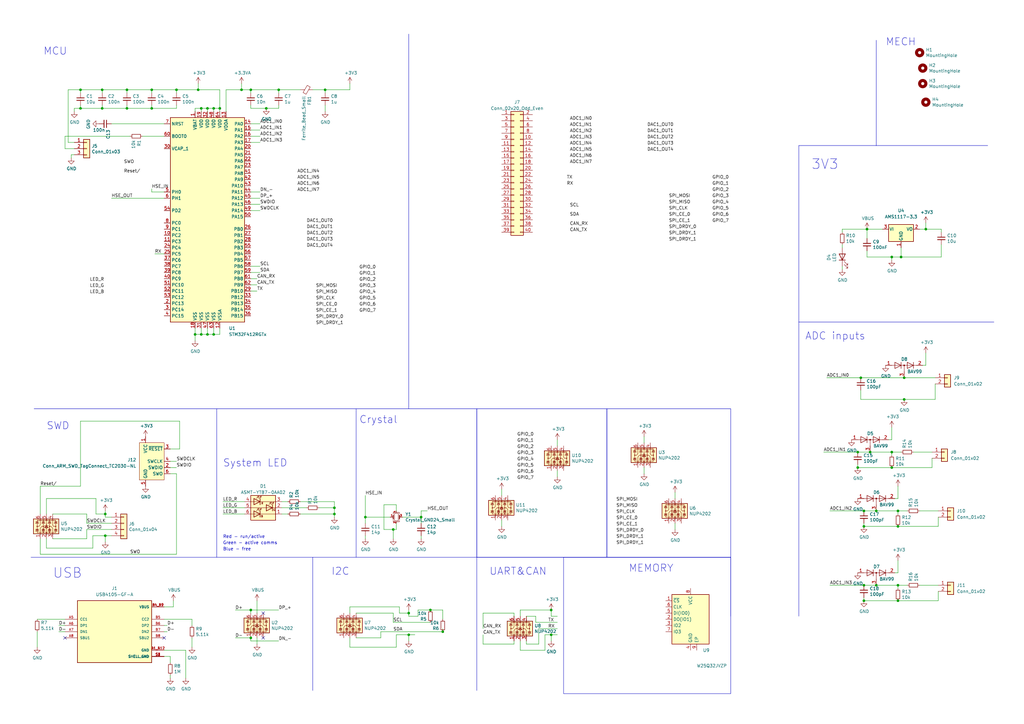
<source format=kicad_sch>
(kicad_sch (version 20230121) (generator eeschema)
  (paper "A3")
  (junction (at 365.76 191.77))
  (junction (at 379.73 93.98))
  (junction (at 52.07 36.83))
  (junction (at 43.18 219.71))
  (junction (at 62.23 36.83))
  (junction (at 355.6 93.98))
  (junction (at 41.91 36.83))
  (junction (at 102.87 250.19))
  (junction (at 137.16 208.28))
  (junction (at 62.23 44.45))
  (junction (at 149.86 212.09))
  (junction (at 167.64 260.35))
  (junction (at 161.29 217.17))
  (junction (at 82.55 137.16))
  (junction (at 82.55 44.45))
  (junction (at 52.07 44.45))
  (junction (at 102.87 261.62))
  (junction (at 359.41 240.03))
  (junction (at 85.09 137.16))
  (junction (at 368.3 246.38))
  (junction (at 370.84 163.83))
  (junction (at 102.87 36.83))
  (junction (at 368.3 240.03))
  (junction (at 85.09 44.45))
  (junction (at 172.72 212.09))
  (junction (at 351.79 191.77))
  (junction (at 43.18 210.82))
  (junction (at 41.91 44.45))
  (junction (at 133.35 36.83))
  (junction (at 368.3 215.9))
  (junction (at 33.02 44.45))
  (junction (at 114.3 36.83))
  (junction (at 81.28 36.83))
  (junction (at 353.06 154.94))
  (junction (at 80.01 137.16))
  (junction (at 365.76 185.42))
  (junction (at 226.06 260.35))
  (junction (at 72.39 36.83))
  (junction (at 99.06 36.83))
  (junction (at 351.79 185.42))
  (junction (at 137.16 210.82))
  (junction (at 181.61 259.08))
  (junction (at 354.33 215.9))
  (junction (at 167.64 251.46))
  (junction (at 176.53 250.19))
  (junction (at 356.87 185.42))
  (junction (at 33.02 36.83))
  (junction (at 354.33 246.38))
  (junction (at 369.57 105.41))
  (junction (at 365.76 105.41))
  (junction (at 368.3 209.55))
  (junction (at 90.17 44.45))
  (junction (at 359.41 209.55))
  (junction (at 87.63 44.45))
  (junction (at 354.33 209.55))
  (junction (at 370.84 154.94))
  (junction (at 87.63 137.16))
  (junction (at 354.33 240.03))
  (junction (at 109.22 44.45))
  (junction (at 226.06 250.19))
  (no_connect (at 67.31 261.62))
  (no_connect (at 26.67 261.62))
  (no_connect (at 107.95 261.62))
  (no_connect (at 107.95 251.46))
  (polyline (pts (xy 128.27 228.6) (xy 195.58 228.6)))
  (wire (pts (xy 379.73 93.98) (xy 379.73 91.44)))
  (wire (pts (xy 19.05 220.98) (xy 19.05 224.79)))
  (wire (pts (xy 369.57 105.41) (xy 386.08 105.41)))
  (wire (pts (xy 223.52 266.7) (xy 223.52 260.35)))
  (wire (pts (xy 30.48 63.5) (xy 29.21 63.5)))
  (wire (pts (xy 92.71 45.72) (xy 92.71 36.83)))
  (wire (pts (xy 99.06 36.83) (xy 102.87 36.83)))
  (polyline (pts (xy 359.41 59.69) (xy 405.13 59.69)))
  (wire (pts (xy 30.48 44.45) (xy 30.48 45.72)))
  (wire (pts (xy 264.16 194.31) (xy 264.16 191.77)))
  (wire (pts (xy 351.79 185.42) (xy 356.87 185.42)))
  (wire (pts (xy 102.87 250.19) (xy 102.87 251.46)))
  (wire (pts (xy 27.94 36.83) (xy 27.94 58.42)))
  (wire (pts (xy 92.71 36.83) (xy 99.06 36.83)))
  (wire (pts (xy 73.66 172.72) (xy 33.02 172.72)))
  (wire (pts (xy 368.3 209.55) (xy 368.3 210.82)))
  (wire (pts (xy 15.24 259.08) (xy 15.24 265.43)))
  (wire (pts (xy 228.6 252.73) (xy 226.06 252.73)))
  (wire (pts (xy 90.17 134.62) (xy 90.17 137.16)))
  (wire (pts (xy 367.03 234.95) (xy 368.3 234.95)))
  (wire (pts (xy 16.51 199.39) (xy 16.51 210.82)))
  (wire (pts (xy 72.39 38.1) (xy 72.39 36.83)))
  (wire (pts (xy 378.46 149.86) (xy 379.73 149.86)))
  (wire (pts (xy 39.37 210.82) (xy 39.37 204.47)))
  (wire (pts (xy 15.24 254) (xy 26.67 254)))
  (wire (pts (xy 137.16 208.28) (xy 137.16 210.82)))
  (wire (pts (xy 276.86 201.93) (xy 276.86 204.47)))
  (wire (pts (xy 69.85 276.86) (xy 69.85 278.13)))
  (wire (pts (xy 30.48 60.96) (xy 26.67 60.96)))
  (wire (pts (xy 87.63 44.45) (xy 90.17 44.45)))
  (wire (pts (xy 137.16 205.74) (xy 137.16 208.28)))
  (polyline (pts (xy 299.72 228.6) (xy 299.72 252.73)))
  (wire (pts (xy 33.02 36.83) (xy 27.94 36.83)))
  (wire (pts (xy 19.05 224.79) (xy 38.1 224.79)))
  (wire (pts (xy 71.12 246.38) (xy 71.12 248.92)))
  (wire (pts (xy 339.09 154.94) (xy 353.06 154.94)))
  (wire (pts (xy 102.87 55.88) (xy 106.68 55.88)))
  (wire (pts (xy 354.33 209.55) (xy 359.41 209.55)))
  (wire (pts (xy 213.36 250.19) (xy 226.06 250.19)))
  (polyline (pts (xy 12.7 228.6) (xy 128.27 228.6)))
  (wire (pts (xy 345.44 93.98) (xy 355.6 93.98)))
  (wire (pts (xy 33.02 44.45) (xy 30.48 44.45)))
  (wire (pts (xy 143.51 248.92) (xy 143.51 251.46)))
  (wire (pts (xy 162.56 260.35) (xy 167.64 260.35)))
  (wire (pts (xy 33.02 199.39) (xy 16.51 199.39)))
  (wire (pts (xy 102.87 111.76) (xy 106.68 111.76)))
  (wire (pts (xy 354.33 245.11) (xy 354.33 246.38)))
  (wire (pts (xy 165.1 212.09) (xy 172.72 212.09)))
  (wire (pts (xy 80.01 137.16) (xy 80.01 139.7)))
  (wire (pts (xy 24.13 256.54) (xy 26.67 256.54)))
  (wire (pts (xy 38.1 219.71) (xy 43.18 219.71)))
  (wire (pts (xy 26.67 55.88) (xy 53.34 55.88)))
  (wire (pts (xy 67.31 50.8) (xy 45.72 50.8)))
  (wire (pts (xy 133.35 38.1) (xy 133.35 36.83)))
  (wire (pts (xy 210.82 251.46) (xy 198.12 251.46)))
  (wire (pts (xy 19.05 204.47) (xy 19.05 210.82)))
  (wire (pts (xy 205.74 200.66) (xy 205.74 203.2)))
  (wire (pts (xy 102.87 261.62) (xy 102.87 262.89)))
  (wire (pts (xy 102.87 44.45) (xy 109.22 44.45)))
  (wire (pts (xy 340.36 209.55) (xy 354.33 209.55)))
  (wire (pts (xy 365.76 105.41) (xy 365.76 106.68)))
  (wire (pts (xy 370.84 163.83) (xy 383.54 163.83)))
  (wire (pts (xy 71.12 248.92) (xy 67.31 248.92)))
  (wire (pts (xy 90.17 44.45) (xy 90.17 36.83)))
  (wire (pts (xy 355.6 105.41) (xy 355.6 102.87)))
  (wire (pts (xy 91.44 205.74) (xy 100.33 205.74)))
  (wire (pts (xy 379.73 149.86) (xy 379.73 144.78)))
  (wire (pts (xy 157.48 207.01) (xy 162.56 207.01)))
  (wire (pts (xy 377.19 209.55) (xy 384.81 209.55)))
  (wire (pts (xy 102.87 262.89) (xy 114.3 262.89)))
  (wire (pts (xy 205.74 215.9) (xy 205.74 213.36)))
  (wire (pts (xy 16.51 227.33) (xy 16.51 220.98)))
  (wire (pts (xy 82.55 134.62) (xy 82.55 137.16)))
  (wire (pts (xy 226.06 252.73) (xy 226.06 250.19)))
  (wire (pts (xy 102.87 78.74) (xy 106.68 78.74)))
  (wire (pts (xy 21.59 210.82) (xy 35.56 210.82)))
  (wire (pts (xy 386.08 93.98) (xy 386.08 95.25)))
  (wire (pts (xy 24.13 259.08) (xy 26.67 259.08)))
  (wire (pts (xy 172.72 209.55) (xy 172.72 212.09)))
  (wire (pts (xy 26.67 60.96) (xy 26.67 55.88)))
  (wire (pts (xy 109.22 44.45) (xy 114.3 44.45)))
  (wire (pts (xy 82.55 45.72) (xy 82.55 44.45)))
  (wire (pts (xy 90.17 137.16) (xy 87.63 137.16)))
  (wire (pts (xy 369.57 101.6) (xy 369.57 105.41)))
  (wire (pts (xy 226.06 262.89) (xy 226.06 260.35)))
  (wire (pts (xy 161.29 251.46) (xy 161.29 255.27)))
  (wire (pts (xy 351.79 190.5) (xy 351.79 191.77)))
  (wire (pts (xy 62.23 36.83) (xy 52.07 36.83)))
  (wire (pts (xy 133.35 36.83) (xy 128.27 36.83)))
  (wire (pts (xy 264.16 179.07) (xy 264.16 181.61)))
  (wire (pts (xy 45.72 81.28) (xy 67.31 81.28)))
  (wire (pts (xy 102.87 58.42) (xy 106.68 58.42)))
  (wire (pts (xy 210.82 264.16) (xy 198.12 264.16)))
  (wire (pts (xy 68.58 256.54) (xy 67.31 256.54)))
  (wire (pts (xy 102.87 43.18) (xy 102.87 44.45)))
  (wire (pts (xy 220.98 257.81) (xy 228.6 257.81)))
  (wire (pts (xy 133.35 45.72) (xy 133.35 43.18)))
  (wire (pts (xy 167.64 251.46) (xy 167.64 250.19)))
  (wire (pts (xy 365.76 185.42) (xy 369.57 185.42)))
  (wire (pts (xy 43.18 210.82) (xy 39.37 210.82)))
  (wire (pts (xy 368.3 240.03) (xy 368.3 241.3)))
  (wire (pts (xy 52.07 43.18) (xy 52.07 44.45)))
  (wire (pts (xy 82.55 137.16) (xy 80.01 137.16)))
  (wire (pts (xy 345.44 100.33) (xy 345.44 101.6)))
  (wire (pts (xy 102.87 250.19) (xy 114.3 250.19)))
  (wire (pts (xy 72.39 44.45) (xy 62.23 44.45)))
  (wire (pts (xy 162.56 265.43) (xy 162.56 260.35)))
  (polyline (pts (xy 167.64 13.97) (xy 167.64 167.64)))
  (wire (pts (xy 365.76 105.41) (xy 369.57 105.41)))
  (wire (pts (xy 161.29 217.17) (xy 162.56 217.17)))
  (wire (pts (xy 368.3 209.55) (xy 372.11 209.55)))
  (wire (pts (xy 198.12 264.16) (xy 198.12 260.35)))
  (wire (pts (xy 80.01 44.45) (xy 82.55 44.45)))
  (wire (pts (xy 386.08 105.41) (xy 386.08 100.33)))
  (wire (pts (xy 161.29 217.17) (xy 157.48 217.17)))
  (wire (pts (xy 62.23 44.45) (xy 52.07 44.45)))
  (wire (pts (xy 368.3 215.9) (xy 384.81 215.9)))
  (wire (pts (xy 171.45 252.73) (xy 171.45 250.19)))
  (wire (pts (xy 67.31 55.88) (xy 58.42 55.88)))
  (wire (pts (xy 29.21 63.5) (xy 29.21 64.77)))
  (wire (pts (xy 156.21 261.62) (xy 146.05 261.62)))
  (wire (pts (xy 72.39 194.31) (xy 72.39 227.33)))
  (wire (pts (xy 367.03 204.47) (xy 368.3 204.47)))
  (wire (pts (xy 91.44 208.28) (xy 100.33 208.28)))
  (wire (pts (xy 33.02 44.45) (xy 33.02 43.18)))
  (wire (pts (xy 356.87 185.42) (xy 365.76 185.42)))
  (wire (pts (xy 80.01 137.16) (xy 80.01 134.62)))
  (wire (pts (xy 52.07 36.83) (xy 41.91 36.83)))
  (wire (pts (xy 52.07 38.1) (xy 52.07 36.83)))
  (wire (pts (xy 35.56 214.63) (xy 35.56 210.82)))
  (wire (pts (xy 228.6 180.34) (xy 228.6 182.88)))
  (wire (pts (xy 81.28 34.29) (xy 81.28 36.83)))
  (wire (pts (xy 82.55 44.45) (xy 85.09 44.45)))
  (wire (pts (xy 96.52 250.19) (xy 102.87 250.19)))
  (wire (pts (xy 220.98 257.81) (xy 220.98 264.16)))
  (wire (pts (xy 68.58 259.08) (xy 67.31 259.08)))
  (wire (pts (xy 175.26 209.55) (xy 172.72 209.55)))
  (wire (pts (xy 143.51 36.83) (xy 133.35 36.83)))
  (wire (pts (xy 210.82 252.73) (xy 210.82 251.46)))
  (wire (pts (xy 384.81 215.9) (xy 384.81 212.09)))
  (wire (pts (xy 69.85 191.77) (xy 72.39 191.77)))
  (wire (pts (xy 146.05 251.46) (xy 161.29 251.46)))
  (wire (pts (xy 167.64 251.46) (xy 163.83 251.46)))
  (wire (pts (xy 351.79 191.77) (xy 365.76 191.77)))
  (wire (pts (xy 114.3 38.1) (xy 114.3 36.83)))
  (wire (pts (xy 143.51 265.43) (xy 162.56 265.43)))
  (wire (pts (xy 35.56 220.98) (xy 21.59 220.98)))
  (wire (pts (xy 345.44 109.22) (xy 345.44 110.49)))
  (polyline (pts (xy 327.66 252.73) (xy 327.66 132.08)))
  (wire (pts (xy 85.09 137.16) (xy 82.55 137.16)))
  (wire (pts (xy 368.3 240.03) (xy 372.11 240.03)))
  (wire (pts (xy 72.39 43.18) (xy 72.39 44.45)))
  (wire (pts (xy 115.57 210.82) (xy 118.11 210.82)))
  (wire (pts (xy 157.48 217.17) (xy 157.48 207.01)))
  (wire (pts (xy 80.01 45.72) (xy 80.01 44.45)))
  (wire (pts (xy 365.76 191.77) (xy 382.27 191.77)))
  (wire (pts (xy 353.06 163.83) (xy 370.84 163.83)))
  (wire (pts (xy 219.71 255.27) (xy 219.71 252.73)))
  (wire (pts (xy 91.44 210.82) (xy 100.33 210.82)))
  (wire (pts (xy 181.61 254) (xy 181.61 250.19)))
  (wire (pts (xy 143.51 261.62) (xy 143.51 265.43)))
  (wire (pts (xy 102.87 81.28) (xy 106.68 81.28)))
  (wire (pts (xy 354.33 214.63) (xy 354.33 215.9)))
  (wire (pts (xy 45.72 214.63) (xy 35.56 214.63)))
  (wire (pts (xy 223.52 260.35) (xy 226.06 260.35)))
  (wire (pts (xy 62.23 43.18) (xy 62.23 44.45)))
  (wire (pts (xy 45.72 212.09) (xy 43.18 212.09)))
  (wire (pts (xy 76.2 266.7) (xy 76.2 278.13)))
  (wire (pts (xy 43.18 212.09) (xy 43.18 210.82)))
  (wire (pts (xy 149.86 220.98) (xy 149.86 219.71)))
  (wire (pts (xy 39.37 204.47) (xy 19.05 204.47)))
  (wire (pts (xy 62.23 78.74) (xy 67.31 78.74)))
  (wire (pts (xy 219.71 252.73) (xy 215.9 252.73)))
  (wire (pts (xy 382.27 191.77) (xy 382.27 187.96)))
  (wire (pts (xy 130.81 208.28) (xy 137.16 208.28)))
  (wire (pts (xy 215.9 264.16) (xy 215.9 262.89)))
  (wire (pts (xy 149.86 203.2) (xy 149.86 212.09)))
  (wire (pts (xy 156.21 259.08) (xy 181.61 259.08)))
  (wire (pts (xy 69.85 194.31) (xy 72.39 194.31)))
  (wire (pts (xy 102.87 53.34) (xy 106.68 53.34)))
  (wire (pts (xy 368.3 204.47) (xy 368.3 199.39)))
  (wire (pts (xy 73.66 184.15) (xy 73.66 172.72)))
  (polyline (pts (xy 359.41 16.51) (xy 359.41 59.69)))
  (wire (pts (xy 228.6 195.58) (xy 228.6 193.04)))
  (wire (pts (xy 43.18 222.25) (xy 43.18 219.71)))
  (wire (pts (xy 172.72 220.98) (xy 172.72 219.71)))
  (wire (pts (xy 181.61 250.19) (xy 176.53 250.19)))
  (wire (pts (xy 38.1 224.79) (xy 38.1 219.71)))
  (wire (pts (xy 213.36 262.89) (xy 213.36 266.7)))
  (wire (pts (xy 114.3 44.45) (xy 114.3 43.18)))
  (wire (pts (xy 181.61 259.08) (xy 181.61 257.81)))
  (wire (pts (xy 87.63 137.16) (xy 85.09 137.16)))
  (polyline (pts (xy 195.58 167.64) (xy 195.58 228.6)))
  (wire (pts (xy 102.87 86.36) (xy 106.68 86.36)))
  (wire (pts (xy 354.33 240.03) (xy 359.41 240.03)))
  (polyline (pts (xy 195.58 228.6) (xy 195.58 283.21)))
  (wire (pts (xy 219.71 255.27) (xy 228.6 255.27)))
  (wire (pts (xy 102.87 38.1) (xy 102.87 36.83)))
  (wire (pts (xy 102.87 116.84) (xy 105.41 116.84)))
  (wire (pts (xy 33.02 172.72) (xy 33.02 199.39)))
  (wire (pts (xy 81.28 36.83) (xy 72.39 36.83)))
  (wire (pts (xy 78.74 261.62) (xy 78.74 265.43)))
  (wire (pts (xy 102.87 50.8) (xy 106.68 50.8)))
  (wire (pts (xy 72.39 36.83) (xy 62.23 36.83)))
  (wire (pts (xy 85.09 45.72) (xy 85.09 44.45)))
  (wire (pts (xy 99.06 34.29) (xy 99.06 36.83)))
  (wire (pts (xy 162.56 207.01) (xy 162.56 209.55)))
  (wire (pts (xy 41.91 38.1) (xy 41.91 36.83)))
  (polyline (pts (xy 88.9 167.64) (xy 88.9 228.6)))
  (wire (pts (xy 276.86 217.17) (xy 276.86 214.63)))
  (wire (pts (xy 85.09 134.62) (xy 85.09 137.16)))
  (wire (pts (xy 163.83 251.46) (xy 163.83 248.92)))
  (wire (pts (xy 377.19 240.03) (xy 384.81 240.03)))
  (wire (pts (xy 69.85 271.78) (xy 69.85 269.24)))
  (wire (pts (xy 210.82 262.89) (xy 210.82 264.16)))
  (wire (pts (xy 345.44 93.98) (xy 345.44 95.25)))
  (wire (pts (xy 172.72 212.09) (xy 172.72 214.63)))
  (wire (pts (xy 156.21 259.08) (xy 156.21 261.62)))
  (wire (pts (xy 337.82 185.42) (xy 351.79 185.42)))
  (wire (pts (xy 359.41 209.55) (xy 368.3 209.55)))
  (wire (pts (xy 102.87 114.3) (xy 105.41 114.3)))
  (wire (pts (xy 85.09 44.45) (xy 87.63 44.45)))
  (polyline (pts (xy 128.27 228.6) (xy 128.27 283.21)))
  (wire (pts (xy 163.83 248.92) (xy 143.51 248.92)))
  (wire (pts (xy 87.63 134.62) (xy 87.63 137.16)))
  (polyline (pts (xy 327.66 59.69) (xy 359.41 59.69)))
  (wire (pts (xy 171.45 250.19) (xy 176.53 250.19)))
  (wire (pts (xy 62.23 77.47) (xy 62.23 78.74)))
  (wire (pts (xy 383.54 163.83) (xy 383.54 157.48)))
  (wire (pts (xy 96.52 261.62) (xy 102.87 261.62)))
  (wire (pts (xy 69.85 189.23) (xy 72.39 189.23)))
  (wire (pts (xy 355.6 93.98) (xy 355.6 97.79)))
  (wire (pts (xy 27.94 58.42) (xy 30.48 58.42)))
  (wire (pts (xy 368.3 234.95) (xy 368.3 229.87)))
  (wire (pts (xy 115.57 208.28) (xy 125.73 208.28)))
  (polyline (pts (xy 327.66 132.08) (xy 407.67 132.08)))
  (wire (pts (xy 213.36 266.7) (xy 223.52 266.7)))
  (wire (pts (xy 198.12 251.46) (xy 198.12 257.81)))
  (wire (pts (xy 41.91 44.45) (xy 33.02 44.45)))
  (wire (pts (xy 35.56 217.17) (xy 45.72 217.17)))
  (wire (pts (xy 167.64 262.89) (xy 167.64 260.35)))
  (polyline (pts (xy 13.97 167.64) (xy 88.9 167.64)))
  (wire (pts (xy 102.87 109.22) (xy 106.68 109.22)))
  (wire (pts (xy 370.84 154.94) (xy 383.54 154.94)))
  (wire (pts (xy 72.39 227.33) (xy 16.51 227.33)))
  (polyline (pts (xy 167.64 167.64) (xy 195.58 167.64)))
  (wire (pts (xy 353.06 154.94) (xy 370.84 154.94)))
  (wire (pts (xy 115.57 205.74) (xy 118.11 205.74)))
  (wire (pts (xy 143.51 34.29) (xy 143.51 36.83)))
  (wire (pts (xy 123.19 205.74) (xy 137.16 205.74)))
  (wire (pts (xy 368.3 246.38) (xy 384.81 246.38)))
  (wire (pts (xy 114.3 36.83) (xy 123.19 36.83)))
  (wire (pts (xy 67.31 266.7) (xy 76.2 266.7)))
  (wire (pts (xy 35.56 217.17) (xy 35.56 220.98)))
  (wire (pts (xy 361.95 93.98) (xy 355.6 93.98)))
  (wire (pts (xy 62.23 38.1) (xy 62.23 36.83)))
  (wire (pts (xy 102.87 83.82) (xy 106.68 83.82)))
  (wire (pts (xy 137.16 210.82) (xy 137.16 212.09)))
  (wire (pts (xy 149.86 212.09) (xy 149.86 214.63)))
  (wire (pts (xy 160.02 212.09) (xy 149.86 212.09)))
  (wire (pts (xy 340.36 240.03) (xy 354.33 240.03)))
  (wire (pts (xy 67.31 254) (xy 78.74 254)))
  (wire (pts (xy 87.63 45.72) (xy 87.63 44.45)))
  (wire (pts (xy 354.33 215.9) (xy 368.3 215.9)))
  (wire (pts (xy 43.18 210.82) (xy 43.18 209.55)))
  (wire (pts (xy 52.07 44.45) (xy 41.91 44.45)))
  (wire (pts (xy 213.36 252.73) (xy 213.36 250.19)))
  (wire (pts (xy 365.76 185.42) (xy 365.76 186.69)))
  (wire (pts (xy 161.29 255.27) (xy 176.53 255.27)))
  (wire (pts (xy 105.41 246.38) (xy 105.41 251.46)))
  (polyline (pts (xy 195.58 228.6) (xy 195.58 228.6)))
  (wire (pts (xy 90.17 45.72) (xy 90.17 44.45)))
  (wire (pts (xy 226.06 260.35) (xy 228.6 260.35)))
  (wire (pts (xy 41.91 43.18) (xy 41.91 44.45)))
  (wire (pts (xy 365.76 105.41) (xy 355.6 105.41)))
  (wire (pts (xy 374.65 185.42) (xy 382.27 185.42)))
  (polyline (pts (xy 88.9 167.64) (xy 167.64 167.64)))
  (wire (pts (xy 105.41 264.16) (xy 105.41 261.62)))
  (wire (pts (xy 69.85 184.15) (xy 73.66 184.15)))
  (wire (pts (xy 365.76 180.34) (xy 365.76 175.26)))
  (wire (pts (xy 69.85 269.24) (xy 67.31 269.24)))
  (wire (pts (xy 33.02 36.83) (xy 33.02 38.1)))
  (wire (pts (xy 78.74 254) (xy 78.74 256.54)))
  (wire (pts (xy 41.91 36.83) (xy 33.02 36.83)))
  (wire (pts (xy 354.33 246.38) (xy 368.3 246.38)))
  (polyline (pts (xy 195.58 228.6) (xy 299.72 228.6)))
  (wire (pts (xy 43.18 219.71) (xy 45.72 219.71)))
  (wire (pts (xy 63.5 104.14) (xy 67.31 104.14)))
  (wire (pts (xy 379.73 93.98) (xy 386.08 93.98)))
  (wire (pts (xy 123.19 210.82) (xy 137.16 210.82)))
  (wire (pts (xy 102.87 36.83) (xy 114.3 36.83)))
  (wire (pts (xy 220.98 264.16) (xy 215.9 264.16)))
  (wire (pts (xy 167.64 252.73) (xy 171.45 252.73)))
  (wire (pts (xy 161.29 220.98) (xy 161.29 217.17)))
  (wire (pts (xy 384.81 246.38) (xy 384.81 242.57)))
  (wire (pts (xy 162.56 217.17) (xy 162.56 214.63)))
  (wire (pts (xy 102.87 119.38) (xy 105.41 119.38)))
  (wire (pts (xy 364.49 180.34) (xy 365.76 180.34)))
  (wire (pts (xy 359.41 240.03) (xy 368.3 240.03)))
  (wire (pts (xy 377.19 93.98) (xy 379.73 93.98)))
  (wire (pts (xy 90.17 36.83) (xy 81.28 36.83)))
  (wire (pts (xy 167.64 260.35) (xy 170.18 260.35)))
  (polyline (pts (xy 327.66 132.08) (xy 327.66 59.69)))
  (wire (pts (xy 353.06 160.02) (xy 353.06 163.83)))
  (wire (pts (xy 167.64 252.73) (xy 167.64 251.46)))
  (rectangle (start 195.58 167.64) (end 248.92 228.6))
  (rectangle (start 231.14 228.6) (end 299.72 284.48))
  (rectangle (start 146.05 167.64) (end 146.05 228.6))
  (rectangle (start 248.92 167.64) (end 299.72 228.6))
  (text "Red - run/active" (at 91.44 220.98 0) (effects (font (size 1.27 1.27)) (justify left bottom)))
  (text "MECH" (at 363.22 19.05 0) (effects (font (size 3 3)) (justify left bottom)))
  (text "MCU" (at 17.78 22.86 0) (effects (font (size 3 3)) (justify left bottom)))
  (text "I2C" (at 135.89 236.22 0) (effects (font (size 3 3)) (justify left bottom)))
  (text "SWD" (at 19.05 176.53 0) (effects (font (size 3 3)) (justify left bottom)))
  (text "MEMORY" (at 257.81 234.95 0) (effects (font (size 3 3)) (justify left bottom)))
  (text "Crystal" (at 147.32 173.99 0) (effects (font (size 3 3)) (justify left bottom)))
  (text "USB" (at 21.59 237.49 0) (effects (font (size 3.9878 3.9878)) (justify left bottom)))
  (text "Blue - free\n" (at 91.44 226.06 0) (effects (font (size 1.27 1.27)) (justify left bottom)))
  (text "UART&CAN" (at 200.66 236.22 0) (effects (font (size 3 3)) (justify left bottom)))
  (text "Green - active comms" (at 91.44 223.52 0) (effects (font (size 1.27 1.27)) (justify left bottom)))
  (text "3V3\n" (at 332.74 69.85 0) (effects (font (size 3.9878 3.9878)) (justify left bottom)))
  (text "System LED\n" (at 91.44 191.77 0) (effects (font (size 3 3)) (justify left bottom)))
  (text "ADC inputs" (at 330.2 139.7 0) (effects (font (size 3 3)) (justify left bottom)))
  (label "GPIO_0" (at 212.09 179.07 0))
  (label "SWDCLK" (at 35.56 214.63 0) (effects (font (size 1.2954 1.2954))))
  (label "SPI_CLK" (at 274.32 86.36 0))
  (label "HSE_IN" (at 62.23 77.47 0) (effects (font (size 1.2954 1.2954))))
  (label "DP_+" (at 114.3 250.19 0))
  (label "SPI_DRDY_1" (at 274.32 99.06 0))
  (label "ADC1_IN2" (at 233.68 54.61 0))
  (label "CAN_RX" (at 233.68 92.71 0) (effects (font (size 1.2954 1.2954))))
  (label "SPI_MISO" (at 252.73 208.28 0))
  (label "GPIO_3" (at 212.09 186.69 0))
  (label "ADC1_IN0" (at 106.68 50.8 0))
  (label "GPIO_5" (at 292.1 86.36 0))
  (label "RX" (at 63.5 104.14 0) (effects (font (size 1.2954 1.2954))))
  (label "DP_+" (at 106.68 81.28 0))
  (label "CAN_TX" (at 233.68 95.25 0) (effects (font (size 1.2954 1.2954))))
  (label "DAC1_OUT0" (at 265.43 52.07 0))
  (label "SPI_DRDY_0" (at 252.73 218.44 0))
  (label "SPI_MOSI" (at 252.73 205.74 0))
  (label "SWO" (at 50.8 67.31 0))
  (label "SPI_DRDY_0" (at 129.54 130.81 0))
  (label "SWDIO" (at 106.68 83.82 0) (effects (font (size 1.2954 1.2954))))
  (label "GPIO_3" (at 292.1 81.28 0))
  (label "ADC1_IN0" (at 339.09 154.94 0))
  (label "SPI_CLK" (at 129.54 123.19 0))
  (label "GPIO_0" (at 147.32 110.49 0))
  (label "CAN_TX" (at 198.12 260.35 0) (effects (font (size 1.2954 1.2954))))
  (label "SPI_CE_1" (at 252.73 215.9 0))
  (label "CAN_TX" (at 105.41 116.84 0) (effects (font (size 1.2954 1.2954))))
  (label "DAC1_OUT2" (at 125.73 96.52 0))
  (label "GPIO_0" (at 292.1 73.66 0))
  (label "SWO" (at 53.34 227.33 0))
  (label "ADC1_IN6" (at 233.68 64.77 0))
  (label "GPIO_1" (at 147.32 113.03 0))
  (label "CAN_RX" (at 105.41 114.3 0) (effects (font (size 1.2954 1.2954))))
  (label "CAN_RX" (at 198.12 257.81 0) (effects (font (size 1.2954 1.2954))))
  (label "LED_G" (at 36.83 118.11 0))
  (label "DAC1_OUT4" (at 125.73 101.6 0))
  (label "HSE_OUT" (at 45.72 81.28 0) (effects (font (size 1.2954 1.2954))))
  (label "SDA" (at 106.68 111.76 0) (effects (font (size 1.2954 1.2954))))
  (label "LED_G" (at 91.44 208.28 0))
  (label "SWDIO" (at 72.39 191.77 0) (effects (font (size 1.2954 1.2954))))
  (label "GPIO_6" (at 212.09 194.31 0))
  (label "GPIO_2" (at 147.32 115.57 0))
  (label "ADC1_IN5" (at 233.68 62.23 0))
  (label "SPI_MOSI" (at 274.32 81.28 0))
  (label "ADC1_IN5" (at 121.92 73.66 0))
  (label "Reset{slash}" (at 16.51 199.39 0))
  (label "RX" (at 232.41 76.2 0) (effects (font (size 1.2954 1.2954))))
  (label "SPI_MISO" (at 274.32 83.82 0))
  (label "SPI_CE_0" (at 129.54 125.73 0))
  (label "SPI_DRDY_0" (at 274.32 93.98 0))
  (label "D+" (at 24.13 256.54 0))
  (label "DAC1_OUT2" (at 265.43 57.15 0))
  (label "ADC1_IN1" (at 337.82 185.42 0))
  (label "SPI_DRDY_1" (at 252.73 223.52 0))
  (label "LED_B" (at 36.83 120.65 0))
  (label "ADC1_IN2" (at 340.36 209.55 0))
  (label "DAC1_OUT1" (at 265.43 54.61 0))
  (label "SWDCLK" (at 72.39 189.23 0) (effects (font (size 1.2954 1.2954))))
  (label "ADC1_IN4" (at 233.68 59.69 0))
  (label "HSE_OUT" (at 175.26 209.55 0) (effects (font (size 1.2954 1.2954))))
  (label "LED_B" (at 91.44 210.82 0))
  (label "ADC1_IN2" (at 106.68 55.88 0))
  (label "SCL" (at 161.29 255.27 0) (effects (font (size 1.2954 1.2954))))
  (label "ADC1_IN6" (at 121.92 76.2 0))
  (label "GPIO_7" (at 212.09 196.85 0))
  (label "DAC1_OUT0" (at 125.73 91.44 0))
  (label "ADC1_IN1" (at 106.68 53.34 0))
  (label "ADC1_IN1" (at 233.68 52.07 0))
  (label "GPIO_1" (at 212.09 181.61 0))
  (label "SPI_MISO" (at 129.54 120.65 0))
  (label "GPIO_4" (at 147.32 120.65 0))
  (label "GPIO_6" (at 292.1 88.9 0))
  (label "DN_-" (at 106.68 78.74 0))
  (label "D-" (at 96.52 261.62 0))
  (label "DAC1_OUT3" (at 265.43 59.69 0))
  (label "SPI_MOSI" (at 129.54 118.11 0))
  (label "SPI_DRDY_1" (at 274.32 96.52 0))
  (label "GPIO_5" (at 212.09 191.77 0))
  (label "D-" (at 24.13 259.08 0))
  (label "ADC1_IN7" (at 121.92 78.74 0))
  (label "SPI_CE_1" (at 129.54 128.27 0))
  (label "ADC1_IN4" (at 121.92 71.12 0))
  (label "GPIO_4" (at 292.1 83.82 0))
  (label "GPIO_7" (at 147.32 128.27 0))
  (label "SPI_CLK" (at 252.73 210.82 0))
  (label "ADC1_IN0" (at 233.68 49.53 0))
  (label "GPIO_2" (at 212.09 184.15 0))
  (label "HSE_IN" (at 149.86 203.2 0) (effects (font (size 1.2954 1.2954))))
  (label "TX" (at 232.41 73.66 0) (effects (font (size 1.2954 1.2954))))
  (label "D+" (at 96.52 250.19 0))
  (label "GPIO_4" (at 212.09 189.23 0))
  (label "LED_R" (at 91.44 205.74 0))
  (label "SPI_CE_1" (at 274.32 91.44 0))
  (label "GPIO_2" (at 292.1 78.74 0))
  (label "SPI_CE_0" (at 252.73 213.36 0))
  (label "ADC1_IN3" (at 233.68 57.15 0))
  (label "GPIO_3" (at 147.32 118.11 0))
  (label "SCL" (at 233.68 85.09 0) (effects (font (size 1.2954 1.2954))))
  (label "Reset{slash}" (at 50.8 71.12 0))
  (label "D-" (at 68.58 259.08 0))
  (label "TX" (at 105.41 119.38 0) (effects (font (size 1.2954 1.2954))))
  (label "SPI_DRDY_1" (at 252.73 220.98 0))
  (label "GPIO_5" (at 147.32 123.19 0))
  (label "TX" (at 224.79 255.27 0) (effects (font (size 1.2954 1.2954))))
  (label "D+" (at 68.58 256.54 0))
  (label "GPIO_1" (at 292.1 76.2 0))
  (label "LED_R" (at 36.83 115.57 0))
  (label "SWDCLK" (at 106.68 86.36 0) (effects (font (size 1.2954 1.2954))))
  (label "SCL" (at 106.68 109.22 0) (effects (font (size 1.2954 1.2954))))
  (label "SPI_CE_0" (at 274.32 88.9 0))
  (label "DAC1_OUT4" (at 265.43 62.23 0))
  (label "SDA" (at 233.68 88.9 0) (effects (font (size 1.2954 1.2954))))
  (label "ADC1_IN3" (at 106.68 58.42 0))
  (label "DAC1_OUT1" (at 125.73 93.98 0))
  (label "ADC1_IN3" (at 340.36 240.03 0))
  (label "ADC1_IN7" (at 233.68 67.31 0))
  (label "RX" (at 224.79 257.81 0) (effects (font (size 1.2954 1.2954))))
  (label "SPI_DRDY_1" (at 129.54 133.35 0))
  (label "SDA" (at 161.29 259.08 0) (effects (font (size 1.2954 1.2954))))
  (label "GPIO_6" (at 147.32 125.73 0))
  (label "SWDIO" (at 35.56 217.17 0) (effects (font (size 1.2954 1.2954))))
  (label "DN_-" (at 114.3 262.89 0))
  (label "DAC1_OUT3" (at 125.73 99.06 0))
  (label "GPIO_7" (at 292.1 91.44 0))
  (symbol (lib_id "MCU_ST_STM32F4:STM32F412RGTx") (at 85.09 88.9 0) (unit 1)
    (property "Reference" "U1" (at 95.25 134.62 0))
    (property "Value" "STM32F412RGTx" (at 101.6 137.16 0))
    (property "Footprint" "Package_QFP:LQFP-64_10x10mm_P0.5mm" (effects hide))
    (property "Datasheet" "http://www.st.com/st-web-ui/static/active/en/resource/technical/document/datasheet/DM00213872.pdf" (effects hide))
  )
  (symbol (lib_id "Device:C_Small") (at 52.07 40.64 0) (unit 1)
    (property "Reference" "C3" (at 54.4068 39.4716 0) (effects (justify left)))
    (property "Value" "100n" (at 54.4068 41.783 0) (effects (justify left)))
    (property "Footprint" "Capacitor_SMD:C_0805_2012Metric_Pad1.18x1.45mm_HandSolder" (effects hide))
  )
  (symbol (lib_id "Device:C_Small") (at 41.91 40.64 0) (unit 1)
    (property "Reference" "C2" (at 44.2468 39.4716 0) (effects (justify left)))
    (property "Value" "100n" (at 44.2468 41.783 0) (effects (justify left)))
    (property "Footprint" "Capacitor_SMD:C_0805_2012Metric_Pad1.18x1.45mm_HandSolder" (effects hide))
  )
  (symbol (lib_id "Device:C_Small") (at 33.02 40.64 0) (unit 1)
    (property "Reference" "C1" (at 35.3568 39.4716 0) (effects (justify left)))
    (property "Value" "10u" (at 35.3568 41.783 0) (effects (justify left)))
    (property "Footprint" "Capacitor_SMD:C_0805_2012Metric_Pad1.18x1.45mm_HandSolder" (effects hide))
  )
  (symbol (lib_id "Device:C_Small") (at 102.87 40.64 0) (unit 1)
    (property "Reference" "C6" (at 105.2068 39.4716 0) (effects (justify left)))
    (property "Value" "10n" (at 105.2068 41.783 0) (effects (justify left)))
    (property "Footprint" "Capacitor_SMD:C_0805_2012Metric_Pad1.18x1.45mm_HandSolder" (effects hide))
  )
  (symbol (lib_id "Device:C_Small") (at 114.3 40.64 0) (unit 1)
    (property "Reference" "C7" (at 116.6368 39.4716 0) (effects (justify left)))
    (property "Value" "1u" (at 116.6368 41.783 0) (effects (justify left)))
    (property "Footprint" "Capacitor_SMD:C_0805_2012Metric_Pad1.18x1.45mm_HandSolder" (effects hide))
  )
  (symbol (lib_id "universal-rescue:Ferrite_Bead_Small-Device") (at 125.73 36.83 270) (unit 1)
    (property "Reference" "FB1" (at 126.8984 39.37 0) (effects (justify left)))
    (property "Value" "Ferrite_Bead_Small" (at 124.587 39.37 0) (effects (justify left)))
    (property "Footprint" "Inductor_SMD:L_0805_2012Metric_Pad1.15x1.40mm_HandSolder" (effects hide))
  )
  (symbol (lib_id "Device:R_Small") (at 55.88 55.88 270) (unit 1)
    (property "Reference" "R1" (at 57.0484 57.3786 0) (effects (justify left)))
    (property "Value" "10k" (at 54.737 57.3786 0) (effects (justify left)))
    (property "Footprint" "Resistor_SMD:R_0805_2012Metric_Pad1.20x1.40mm_HandSolder" (effects hide))
  )
  (symbol (lib_id "power:VBUS") (at 355.6 93.98 0) (unit 1)
    (property "Reference" "#PWR0101" (effects hide))
    (property "Value" "VBUS" (at 355.981 89.5858 0))
  )
  (symbol (lib_id "power:GND") (at 365.76 106.68 0) (unit 1)
    (property "Reference" "#PWR0102" (effects hide))
    (property "Value" "GND" (at 365.887 111.0742 0))
  )
  (symbol (lib_id "universal-rescue:+3.3V-power") (at 379.73 91.44 0) (unit 1)
    (property "Reference" "#PWR0103" (effects hide))
    (property "Value" "+3.3V" (at 380.111 87.0458 0))
  )
  (symbol (lib_id "power:+3.3VA") (at 99.06 34.29 0) (unit 1)
    (property "Reference" "#PWR0104" (effects hide))
    (property "Value" "+3.3VA" (at 99.441 29.8958 0))
  )
  (symbol (lib_id "universal-rescue:+3.3V-power") (at 81.28 34.29 0) (unit 1)
    (property "Reference" "#PWR0105" (effects hide))
    (property "Value" "+3.3V" (at 81.661 29.8958 0))
  )
  (symbol (lib_id "power:GND") (at 80.01 139.7 0) (unit 1)
    (property "Reference" "#PWR0107" (effects hide))
    (property "Value" "GND" (at 80.137 144.0942 0))
  )
  (symbol (lib_id "Device:C_Small") (at 62.23 40.64 0) (unit 1)
    (property "Reference" "C4" (at 64.5668 39.4716 0) (effects (justify left)))
    (property "Value" "100n" (at 64.5668 41.783 0) (effects (justify left)))
    (property "Footprint" "Capacitor_SMD:C_0805_2012Metric_Pad1.18x1.45mm_HandSolder" (effects hide))
  )
  (symbol (lib_id "Device:C_Small") (at 72.39 40.64 0) (unit 1)
    (property "Reference" "C5" (at 74.7268 39.4716 0) (effects (justify left)))
    (property "Value" "100n" (at 74.7268 41.783 0) (effects (justify left)))
    (property "Footprint" "Capacitor_SMD:C_0805_2012Metric_Pad1.18x1.45mm_HandSolder" (effects hide))
  )
  (symbol (lib_id "power:GND") (at 30.48 45.72 0) (unit 1)
    (property "Reference" "#PWR0108" (effects hide))
    (property "Value" "GND" (at 30.607 50.1142 0))
  )
  (symbol (lib_id "Device:C_Small") (at 133.35 40.64 0) (unit 1)
    (property "Reference" "C8" (at 135.6868 39.4716 0) (effects (justify left)))
    (property "Value" "1u" (at 135.6868 41.783 0) (effects (justify left)))
    (property "Footprint" "Capacitor_SMD:C_0805_2012Metric_Pad1.18x1.45mm_HandSolder" (effects hide))
  )
  (symbol (lib_id "universal-rescue:+3.3V-power") (at 143.51 34.29 0) (unit 1)
    (property "Reference" "#PWR0109" (effects hide))
    (property "Value" "+3.3V" (at 143.891 29.8958 0))
  )
  (symbol (lib_id "power:GND") (at 109.22 44.45 0) (unit 1)
    (property "Reference" "#PWR0110" (effects hide))
    (property "Value" "GND" (at 109.347 48.8442 0))
  )
  (symbol (lib_id "power:GND") (at 133.35 45.72 0) (unit 1)
    (property "Reference" "#PWR0111" (effects hide))
    (property "Value" "GND" (at 133.477 50.1142 0))
  )
  (symbol (lib_id "Mechanical:MountingHole") (at 377.19 21.59 0) (unit 1)
    (property "Reference" "H1" (at 379.73 20.4216 0) (effects (justify left)))
    (property "Value" "MountingHole" (at 379.73 22.733 0) (effects (justify left)))
    (property "Footprint" "MountingHole:MountingHole_3.2mm_M3_DIN965" (effects hide))
  )
  (symbol (lib_id "Mechanical:MountingHole") (at 378.46 27.94 0) (unit 1)
    (property "Reference" "H2" (at 381 26.7716 0) (effects (justify left)))
    (property "Value" "MountingHole" (at 381 29.083 0) (effects (justify left)))
    (property "Footprint" "MountingHole:MountingHole_3.2mm_M3_DIN965" (effects hide))
  )
  (symbol (lib_id "Mechanical:MountingHole") (at 378.46 34.29 0) (unit 1)
    (property "Reference" "H3" (at 381 33.1216 0) (effects (justify left)))
    (property "Value" "MountingHole" (at 381 35.433 0) (effects (justify left)))
    (property "Footprint" "MountingHole:MountingHole_3.2mm_M3_DIN965" (effects hide))
  )
  (symbol (lib_id "Mechanical:MountingHole") (at 379.73 41.91 0) (unit 1)
    (property "Reference" "H4" (at 382.27 40.7416 0) (effects (justify left)))
    (property "Value" "MountingHole" (at 382.27 43.053 0) (effects (justify left)))
    (property "Footprint" "MountingHole:MountingHole_3.2mm_M3_DIN965" (effects hide))
  )
  (symbol (lib_id "universal-rescue:+3.3V-power") (at 43.18 209.55 0) (unit 1)
    (property "Reference" "#PWR0112" (effects hide))
    (property "Value" "+3.3V" (at 43.561 205.1558 0))
  )
  (symbol (lib_id "power:GND") (at 167.64 262.89 0) (unit 1)
    (property "Reference" "#PWR0113" (effects hide))
    (property "Value" "GND" (at 167.767 267.2842 0))
  )
  (symbol (lib_id "universal-rescue:+3.3V-power") (at 167.64 250.19 0) (unit 1)
    (property "Reference" "#PWR0114" (effects hide))
    (property "Value" "+3.3V" (at 168.021 245.7958 0))
  )
  (symbol (lib_id "power:GND") (at 226.06 262.89 0) (unit 1)
    (property "Reference" "#PWR0115" (effects hide))
    (property "Value" "GND" (at 226.187 267.2842 0))
  )
  (symbol (lib_id "universal-rescue:+3.3V-power") (at 226.06 250.19 0) (unit 1)
    (property "Reference" "#PWR0116" (effects hide))
    (property "Value" "+3.3V" (at 226.441 245.7958 0))
  )
  (symbol (lib_id "power:GND") (at 76.2 278.13 0) (unit 1)
    (property "Reference" "#PWR0117" (effects hide))
    (property "Value" "GND" (at 76.327 282.5242 0))
  )
  (symbol (lib_id "power:VBUS") (at 71.12 246.38 0) (unit 1)
    (property "Reference" "#PWR0118" (effects hide))
    (property "Value" "VBUS" (at 71.501 241.9858 0))
  )
  (symbol (lib_id "Power_Protection:NUP4202") (at 105.41 256.54 0) (unit 1)
    (property "Reference" "U2" (at 111.252 255.3716 0) (effects (justify left)))
    (property "Value" "NUP4202" (at 111.252 257.683 0) (effects (justify left)))
    (property "Footprint" "Package_TO_SOT_SMD:SOT-363_SC-70-6" (effects hide))
    (property "Datasheet" "http://www.onsemi.com/pub_link/Collateral/NUP4202W1-D.PDF" (effects hide))
  )
  (symbol (lib_id "power:VBUS") (at 105.41 246.38 0) (unit 1)
    (property "Reference" "#PWR0119" (effects hide))
    (property "Value" "VBUS" (at 105.791 241.9858 0))
  )
  (symbol (lib_id "power:GND") (at 105.41 264.16 0) (unit 1)
    (property "Reference" "#PWR0120" (effects hide))
    (property "Value" "GND" (at 105.537 268.5542 0))
  )
  (symbol (lib_id "Device:C_Small") (at 386.08 97.79 0) (unit 1)
    (property "Reference" "C10" (at 388.4168 96.6216 0) (effects (justify left)))
    (property "Value" "10u" (at 388.4168 98.933 0) (effects (justify left)))
    (property "Footprint" "Capacitor_SMD:C_0805_2012Metric_Pad1.18x1.45mm_HandSolder" (effects hide))
  )
  (symbol (lib_id "Device:Crystal_GND24_Small") (at 162.56 212.09 0) (unit 1)
    (property "Reference" "Y1" (at 166.2176 210.9216 0) (effects (justify left)))
    (property "Value" "Crystal_GND24_Small" (at 166.2176 213.233 0) (effects (justify left)))
    (property "Footprint" "Crystal:Crystal_SMD_Abracon_ABM10-4Pin_2.5x2.0mm" (effects hide))
    (property "MPN" "ABM10-16.000MHZ-R80-7-D30-T" (effects hide))
  )
  (symbol (lib_id "Device:C_Small") (at 149.86 217.17 0) (unit 1)
    (property "Reference" "C11" (at 152.1968 216.0016 0) (effects (justify left)))
    (property "Value" "14p" (at 152.1968 218.313 0) (effects (justify left)))
    (property "Footprint" "Capacitor_SMD:C_0805_2012Metric_Pad1.18x1.45mm_HandSolder" (effects hide))
  )
  (symbol (lib_id "Device:C_Small") (at 172.72 217.17 0) (unit 1)
    (property "Reference" "C12" (at 175.0568 216.0016 0) (effects (justify left)))
    (property "Value" "14p" (at 175.0568 218.313 0) (effects (justify left)))
    (property "Footprint" "Capacitor_SMD:C_0805_2012Metric_Pad1.18x1.45mm_HandSolder" (effects hide))
  )
  (symbol (lib_id "power:GND") (at 161.29 220.98 0) (unit 1)
    (property "Reference" "#PWR0121" (effects hide))
    (property "Value" "GND" (at 161.417 225.3742 0))
  )
  (symbol (lib_id "power:GND") (at 149.86 220.98 0) (unit 1)
    (property "Reference" "#PWR0122" (effects hide))
    (property "Value" "GND" (at 149.987 225.3742 0))
  )
  (symbol (lib_id "power:GND") (at 172.72 220.98 0) (unit 1)
    (property "Reference" "#PWR0123" (effects hide))
    (property "Value" "GND" (at 172.847 225.3742 0))
  )
  (symbol (lib_id "Device:C_Small") (at 43.18 50.8 270) (unit 1)
    (property "Reference" "C13" (at 44.3484 53.1368 0) (effects (justify left)))
    (property "Value" "100n" (at 38.1 53.34 90) (effects (justify left)))
    (property "Footprint" "Capacitor_SMD:C_0805_2012Metric_Pad1.18x1.45mm_HandSolder" (effects hide))
  )
  (symbol (lib_id "power:GND") (at 40.64 50.8 270) (unit 1)
    (property "Reference" "#PWR0124" (effects hide))
    (property "Value" "GND" (at 36.2458 50.927 0))
  )
  (symbol (lib_id "Connector_Generic:Conn_01x03") (at 35.56 60.96 0) (unit 1)
    (property "Reference" "J5" (at 37.592 59.8932 0) (effects (justify left)))
    (property "Value" "Conn_01x03" (at 37.592 62.2046 0) (effects (justify left)))
    (property "Footprint" "Connector_PinSocket_2.54mm:PinSocket_1x03_P2.54mm_Vertical" (effects hide))
  )
  (symbol (lib_id "power:GND") (at 29.21 64.77 0) (unit 1)
    (property "Reference" "#PWR0125" (effects hide))
    (property "Value" "GND" (at 29.337 69.1642 0))
  )
  (symbol (lib_id "universal-rescue:+3.3V-power") (at 205.74 200.66 0) (unit 1)
    (property "Reference" "#PWR010" (effects hide))
    (property "Value" "+3.3V" (at 206.121 196.2658 0))
  )
  (symbol (lib_id "power:GND") (at 205.74 215.9 0) (unit 1)
    (property "Reference" "#PWR011" (effects hide))
    (property "Value" "GND" (at 205.867 220.2942 0))
  )
  (symbol (lib_id "LED:ASMT-YTB7-0AA02") (at 107.95 208.28 0) (unit 1)
    (property "Reference" "D1" (at 107.95 199.39 0))
    (property "Value" "ASMT-YTB7-0AA02" (at 107.95 201.93 0))
    (property "Footprint" "LED_SMD:LED_Avago_PLCC6_3x2.8mm" (effects hide))
    (property "Datasheet" "https://docs.broadcom.com/docs/AV02-3793EN" (effects hide))
  )
  (symbol (lib_id "Regulator_Linear:AMS1117-3.3") (at 369.57 93.98 0) (unit 1)
    (property "Reference" "U4" (at 369.57 86.36 0))
    (property "Value" "AMS1117-3.3" (at 369.57 88.9 0))
    (property "Footprint" "Package_TO_SOT_SMD:SOT-223-3_TabPin2" (effects hide))
    (property "Datasheet" "http://www.advanced-monolithic.com/pdf/ds1117.pdf" (effects hide))
  )
  (symbol (lib_id "Diode:BAV99") (at 359.41 204.47 0) (unit 1)
    (property "Reference" "D6" (at 358.14 201.93 0) (effects (justify left)))
    (property "Value" "BAV99" (at 360.68 207.01 0) (effects (justify left)))
    (property "Footprint" "Package_TO_SOT_SMD:SOT-23" (effects hide))
    (property "Datasheet" "https://assets.nexperia.com/documents/data-sheet/BAV99_SER.pdf" (effects hide))
  )
  (symbol (lib_id "power:GND") (at 345.44 110.49 0) (unit 1)
    (property "Reference" "#PWR0133" (effects hide))
    (property "Value" "GND" (at 345.567 114.8842 0))
  )
  (symbol (lib_id "Device:C_Small") (at 354.33 242.57 0) (unit 1)
    (property "Reference" "C18" (at 356.6668 241.4016 0) (effects (justify left)))
    (property "Value" "100pF" (at 356.6668 243.713 0) (effects (justify left)))
    (property "Footprint" "Capacitor_SMD:C_0805_2012Metric_Pad1.18x1.45mm_HandSolder" (effects hide))
  )
  (symbol (lib_id "Diode:BAV99") (at 370.84 149.86 0) (unit 1)
    (property "Reference" "D8" (at 369.57 147.32 0) (effects (justify left)))
    (property "Value" "BAV99" (at 372.11 152.4 0) (effects (justify left)))
    (property "Footprint" "Package_TO_SOT_SMD:SOT-23" (effects hide))
    (property "Datasheet" "https://assets.nexperia.com/documents/data-sheet/BAV99_SER.pdf" (effects hide))
  )
  (symbol (lib_id "Diode:BAV99") (at 359.41 234.95 0) (unit 1)
    (property "Reference" "D7" (at 358.14 232.41 0) (effects (justify left)))
    (property "Value" "BAV99" (at 360.68 237.49 0) (effects (justify left)))
    (property "Footprint" "Package_TO_SOT_SMD:SOT-23" (effects hide))
    (property "Datasheet" "https://assets.nexperia.com/documents/data-sheet/BAV99_SER.pdf" (effects hide))
  )
  (symbol (lib_id "Device:R_Small") (at 120.65 205.74 90) (unit 1)
    (property "Reference" "R2" (at 119.4816 204.2414 0) (effects (justify left)))
    (property "Value" "10k" (at 121.793 204.2414 0) (effects (justify left)))
    (property "Footprint" "Resistor_SMD:R_0603_1608Metric" (effects hide))
  )
  (symbol (lib_id "Connector_Generic:Conn_01x04") (at 50.8 214.63 0) (unit 1)
    (property "Reference" "J6" (at 52.832 214.8332 0) (effects (justify left)))
    (property "Value" "Conn_01x04" (at 52.832 217.1446 0) (effects (justify left)))
    (property "Footprint" "Connector_JST:JST_XH_S4B-XH-A_1x04_P2.50mm_Horizontal" (effects hide))
  )
  (symbol (lib_id "power:GND") (at 370.84 163.83 0) (unit 1)
    (property "Reference" "#PWR0138" (effects hide))
    (property "Value" "GND" (at 370.967 168.2242 0))
  )
  (symbol (lib_id "power:GND") (at 363.22 149.86 0) (unit 1)
    (property "Reference" "#PWR0140" (effects hide))
    (property "Value" "GND" (at 363.347 154.2542 0))
  )
  (symbol (lib_id "Device:LED") (at 345.44 105.41 90) (unit 1)
    (property "Reference" "D4" (at 339.9282 105.5878 0))
    (property "Value" "LED" (at 342.2396 105.5878 0))
    (property "Footprint" "LED_SMD:LED_PLCC-2" (effects hide))
  )
  (symbol (lib_id "Device:R_Small") (at 368.3 243.84 0) (unit 1)
    (property "Reference" "R13" (at 369.7986 242.6716 0) (effects (justify left)))
    (property "Value" "10k" (at 369.7986 244.983 0) (effects (justify left)))
    (property "Footprint" "Resistor_SMD:R_0805_2012Metric_Pad1.20x1.40mm_HandSolder" (effects hide))
  )
  (symbol (lib_id "universal-rescue:+3.3V-power") (at 228.6 180.34 0) (unit 1)
    (property "Reference" "#PWR08" (effects hide))
    (property "Value" "+3.3V" (at 228.981 175.9458 0))
  )
  (symbol (lib_id "Device:R_Small") (at 368.3 213.36 0) (unit 1)
    (property "Reference" "R12" (at 369.7986 212.1916 0) (effects (justify left)))
    (property "Value" "10k" (at 369.7986 214.503 0) (effects (justify left)))
    (property "Footprint" "Resistor_SMD:R_0805_2012Metric_Pad1.20x1.40mm_HandSolder" (effects hide))
  )
  (symbol (lib_id "Device:R_Small") (at 374.65 240.03 90) (unit 1)
    (property "Reference" "R16" (at 373.4816 238.5314 0) (effects (justify left)))
    (property "Value" "10k" (at 375.793 238.5314 0) (effects (justify left)))
    (property "Footprint" "Resistor_SMD:R_0805_2012Metric_Pad1.20x1.40mm_HandSolder" (effects hide))
  )
  (symbol (lib_id "Device:R_Small") (at 374.65 209.55 90) (unit 1)
    (property "Reference" "R15" (at 373.4816 208.0514 0) (effects (justify left)))
    (property "Value" "10k" (at 375.793 208.0514 0) (effects (justify left)))
    (property "Footprint" "Resistor_SMD:R_0805_2012Metric_Pad1.20x1.40mm_HandSolder" (effects hide))
  )
  (symbol (lib_id "power:GND") (at 78.74 265.43 0) (unit 1)
    (property "Reference" "#PWR0131" (effects hide))
    (property "Value" "GND" (at 78.867 269.8242 0))
  )
  (symbol (lib_id "Connector_Generic:Conn_01x02") (at 389.89 240.03 0) (unit 1)
    (property "Reference" "J11" (at 392.43 240.0299 0) (effects (justify left)))
    (property "Value" "Conn_01x02" (at 392.43 242.5699 0) (effects (justify left)))
    (property "Footprint" "Connector_PinHeader_2.54mm:PinHeader_1x02_P2.54mm_Horizontal" (effects hide))
  )
  (symbol (lib_id "MyLib:USB4105-GF-A") (at 46.99 259.08 0) (unit 1)
    (property "Reference" "J1" (at 46.99 241.3 0))
    (property "Value" "USB4105-GF-A" (at 46.99 243.84 0))
    (property "Footprint" "MyLib:GCT_USB4105-GF-A" (effects hide))
    (property "PARTREV" "A3" (effects hide))
    (property "STANDARD" "Manufacturer Recommendations" (effects hide))
    (property "MAXIMUM_PACKAGE_HEIGHT" "3.31 mm" (effects hide))
    (property "MANUFACTURER" "GCT" (effects hide))
  )
  (symbol (lib_id "Power_Protection:NUP4202") (at 19.05 215.9 0) (unit 1)
    (property "Reference" "U5" (at 24.892 214.7316 0) (effects (justify left)))
    (property "Value" "NUP4202" (at 24.892 217.043 0) (effects (justify left)))
    (property "Footprint" "Package_TO_SOT_SMD:SOT-363_SC-70-6" (effects hide))
    (property "Datasheet" "http://www.onsemi.com/pub_link/Collateral/NUP4202W1-D.PDF" (effects hide))
  )
  (symbol (lib_id "power:GND") (at 264.16 194.31 0) (unit 1)
    (property "Reference" "#PWR05" (effects hide))
    (property "Value" "GND" (at 264.287 198.7042 0))
  )
  (symbol (lib_id "Connector_Generic:Conn_01x02") (at 388.62 154.94 0) (unit 1)
    (property "Reference" "J9" (at 391.16 154.9399 0) (effects (justify left)))
    (property "Value" "Conn_01x02" (at 391.16 157.4799 0) (effects (justify left)))
    (property "Footprint" "Connector_PinHeader_2.54mm:PinHeader_1x02_P2.54mm_Horizontal" (effects hide))
  )
  (symbol (lib_id "Power_Protection:NUP4202") (at 264.16 186.69 0) (unit 1)
    (property "Reference" "U3" (at 270.002 185.5216 0) (effects (justify left)))
    (property "Value" "NUP4202" (at 270.002 187.833 0) (effects (justify left)))
    (property "Footprint" "Package_TO_SOT_SMD:SOT-363_SC-70-6" (effects hide))
    (property "Datasheet" "http://www.onsemi.com/pub_link/Collateral/NUP4202W1-D.PDF" (effects hide))
  )
  (symbol (lib_id "power:GND") (at 354.33 246.38 0) (unit 1)
    (property "Reference" "#PWR0145" (effects hide))
    (property "Value" "GND" (at 354.457 250.7742 0))
  )
  (symbol (lib_id "Device:R_Small") (at 372.11 185.42 90) (unit 1)
    (property "Reference" "R14" (at 370.9416 183.9214 0) (effects (justify left)))
    (property "Value" "10k" (at 373.253 183.9214 0) (effects (justify left)))
    (property "Footprint" "Resistor_SMD:R_0805_2012Metric_Pad1.20x1.40mm_HandSolder" (effects hide))
  )
  (symbol (lib_id "Device:R_Small") (at 128.27 208.28 90) (unit 1)
    (property "Reference" "R3" (at 127.1016 206.7814 0) (effects (justify left)))
    (property "Value" "10k" (at 129.413 206.7814 0) (effects (justify left)))
    (property "Footprint" "Resistor_SMD:R_0603_1608Metric" (effects hide))
  )
  (symbol (lib_id "universal-rescue:+3.3V-power") (at 368.3 199.39 0) (unit 1)
    (property "Reference" "#PWR0142" (effects hide))
    (property "Value" "+3.3V" (at 368.681 194.9958 0))
  )
  (symbol (lib_id "power:GND") (at 15.24 265.43 0) (unit 1)
    (property "Reference" "#PWR0132" (effects hide))
    (property "Value" "GND" (at 15.367 269.8242 0))
  )
  (symbol (lib_id "Power_Protection:NUP4202") (at 143.51 256.54 0) (unit 1)
    (property "Reference" "U7" (at 149.352 255.3716 0) (effects (justify left)))
    (property "Value" "NUP4202" (at 149.352 257.683 0) (effects (justify left)))
    (property "Footprint" "Package_TO_SOT_SMD:SOT-363_SC-70-6" (effects hide))
    (property "Datasheet" "http://www.onsemi.com/pub_link/Collateral/NUP4202W1-D.PDF" (effects hide))
  )
  (symbol (lib_id "power:GND") (at 43.18 222.25 0) (unit 1)
    (property "Reference" "#PWR0134" (effects hide))
    (property "Value" "GND" (at 43.307 226.6442 0))
  )
  (symbol (lib_id "universal-rescue:+3.3V-power") (at 368.3 229.87 0) (unit 1)
    (property "Reference" "#PWR0146" (effects hide))
    (property "Value" "+3.3V" (at 368.681 225.4758 0))
  )
  (symbol (lib_id "power:GND") (at 351.79 204.47 0) (unit 1)
    (property "Reference" "#PWR0144" (effects hide))
    (property "Value" "GND" (at 351.917 208.8642 0))
  )
  (symbol (lib_id "Device:C_Small") (at 351.79 187.96 0) (unit 1)
    (property "Reference" "C15" (at 354.1268 186.7916 0) (effects (justify left)))
    (property "Value" "100pF" (at 354.1268 189.103 0) (effects (justify left)))
    (property "Footprint" "Capacitor_SMD:C_0805_2012Metric_Pad1.18x1.45mm_HandSolder" (effects hide))
  )
  (symbol (lib_id "Device:R_Small") (at 176.53 252.73 180) (unit 1)
    (property "Reference" "R5" (at 175.0314 253.8984 0) (effects (justify left)))
    (property "Value" "10k" (at 175.0314 251.587 0) (effects (justify left)))
    (property "Footprint" "Resistor_SMD:R_0805_2012Metric" (effects hide))
  )
  (symbol (lib_id "power:GND") (at 351.79 234.95 0) (unit 1)
    (property "Reference" "#PWR0141" (effects hide))
    (property "Value" "GND" (at 351.917 239.3442 0))
  )
  (symbol (lib_id "Device:C_Small") (at 355.6 100.33 0) (unit 1)
    (property "Reference" "C9" (at 357.9368 99.1616 0) (effects (justify left)))
    (property "Value" "100nF" (at 357.9368 101.473 0) (effects (justify left)))
    (property "Footprint" "Capacitor_SMD:C_0805_2012Metric_Pad1.18x1.45mm_HandSolder" (effects hide))
  )
  (symbol (lib_id "Device:R_Small") (at 120.65 210.82 90) (unit 1)
    (property "Reference" "R4" (at 119.4816 209.3214 0) (effects (justify left)))
    (property "Value" "10k" (at 121.793 209.3214 0) (effects (justify left)))
    (property "Footprint" "Resistor_SMD:R_0603_1608Metric" (effects hide))
  )
  (symbol (lib_id "universal-rescue:+3.3V-power") (at 379.73 144.78 0) (unit 1)
    (property "Reference" "#PWR0139" (effects hide))
    (property "Value" "+3.3V" (at 380.111 140.3858 0))
  )
  (symbol (lib_id "power:GND") (at 59.69 199.39 0) (unit 1)
    (property "Reference" "#PWR02" (effects hide))
    (property "Value" "GND" (at 59.817 203.7842 0))
  )
  (symbol (lib_id "power:GND") (at 137.16 212.09 0) (unit 1)
    (property "Reference" "#PWR01" (effects hide))
    (property "Value" "GND" (at 137.287 216.4842 0))
  )
  (symbol (lib_id "Device:C_Small") (at 354.33 212.09 0) (unit 1)
    (property "Reference" "C17" (at 356.6668 210.9216 0) (effects (justify left)))
    (property "Value" "100pF" (at 356.6668 213.233 0) (effects (justify left)))
    (property "Footprint" "Capacitor_SMD:C_0805_2012Metric_Pad1.18x1.45mm_HandSolder" (effects hide))
  )
  (symbol (lib_id "Power_Protection:NUP4202") (at 276.86 209.55 0) (unit 1)
    (property "Reference" "U6" (at 282.702 208.3816 0) (effects (justify left)))
    (property "Value" "NUP4202" (at 282.702 210.693 0) (effects (justify left)))
    (property "Footprint" "Package_TO_SOT_SMD:SOT-363_SC-70-6" (effects hide))
    (property "Datasheet" "http://www.onsemi.com/pub_link/Collateral/NUP4202W1-D.PDF" (effects hide))
  )
  (symbol (lib_id "Connector_Generic:Conn_01x02") (at 389.89 209.55 0) (unit 1)
    (property "Reference" "J10" (at 392.43 209.5499 0) (effects (justify left)))
    (property "Value" "Conn_01x02" (at 392.43 212.0899 0) (effects (justify left)))
    (property "Footprint" "Connector_PinHeader_2.54mm:PinHeader_1x02_P2.54mm_Horizontal" (effects hide))
  )
  (symbol (lib_id "power:GND") (at 69.85 278.13 0) (unit 1)
    (property "Reference" "#PWR0130" (effects hide))
    (property "Value" "GND" (at 69.977 282.5242 0))
  )
  (symbol (lib_id "Connector:Conn_ARM_SWD_TagConnect_TC2030-NL") (at 62.23 189.23 0) (unit 1)
    (property "Reference" "J12" (at 55.88 188.595 0) (effects (justify right)))
    (property "Value" "Conn_ARM_SWD_TagConnect_TC2030-NL" (at 55.88 191.135 0) (effects (justify right)))
    (property "Footprint" "Connector:Tag-Connect_TC2030-IDC-NL_2x03_P1.27mm_Vertical" (effects hide))
    (property "Datasheet" "https://www.tag-connect.com/wp-content/uploads/bsk-pdf-manager/TC2030-CTX_1.pdf" (effects hide))
  )
  (symbol (lib_id "power:GND") (at 228.6 195.58 0) (unit 1)
    (property "Reference" "#PWR09" (effects hide))
    (property "Value" "GND" (at 228.727 199.9742 0))
  )
  (symbol (lib_id "Device:R_Small") (at 15.24 256.54 0) (unit 1)
    (property "Reference" "R7" (at 16.7386 255.3716 0) (effects (justify left)))
    (property "Value" "5.11k" (at 16.7386 257.683 0) (effects (justify left)))
    (property "Footprint" "Resistor_SMD:R_0805_2012Metric_Pad1.20x1.40mm_HandSolder" (effects hide))
  )
  (symbol (lib_id "power:GND") (at 354.33 215.9 0) (unit 1)
    (property "Reference" "#PWR0143" (effects hide))
    (property "Value" "GND" (at 354.457 220.2942 0))
  )
  (symbol (lib_id "Memory_Flash:W25Q32JVZP") (at 283.21 254 0) (unit 1)
    (property "Reference" "U9" (at 288.29 266.7 0) (effects (justify left)))
    (property "Value" "W25Q32JVZP" (at 285.75 273.05 0) (effects (justify left)))
    (property "Footprint" "Package_SON:WSON-8-1EP_6x5mm_P1.27mm_EP3.4x4.3mm" (effects hide))
    (property "Datasheet" "http://www.winbond.com/resource-files/w25q32jv%20revg%2003272018%20plus.pdf" (effects hide))
  )
  (symbol (lib_id "power:GND") (at 276.86 217.17 0) (unit 1)
    (property "Reference" "#PWR07" (effects hide))
    (property "Value" "GND" (at 276.987 221.5642 0))
  )
  (symbol (lib_id "Device:R_Small") (at 365.76 189.23 0) (unit 1)
    (property "Reference" "R11" (at 367.2586 188.0616 0) (effects (justify left)))
    (property "Value" "10k" (at 367.2586 190.373 0) (effects (justify left)))
    (property "Footprint" "Resistor_SMD:R_0805_2012Metric_Pad1.20x1.40mm_HandSolder" (effects hide))
  )
  (symbol (lib_id "Device:C_Small") (at 353.06 157.48 0) (unit 1)
    (property "Reference" "C16" (at 355.3968 156.3116 0) (effects (justify left)))
    (property "Value" "100pF" (at 355.3968 158.623 0) (effects (justify left)))
    (property "Footprint" "Capacitor_SMD:C_0805_2012Metric_Pad1.18x1.45mm_HandSolder" (effects hide))
  )
  (symbol (lib_id "universal-rescue:+3.3V-power") (at 365.76 175.26 0) (unit 1)
    (property "Reference" "#PWR0137" (effects hide))
    (property "Value" "+3.3V" (at 366.141 170.8658 0))
  )
  (symbol (lib_id "universal-rescue:+3.3V-power") (at 264.16 179.07 0) (unit 1)
    (property "Reference" "#PWR04" (effects hide))
    (property "Value" "+3.3V" (at 264.541 174.6758 0))
  )
  (symbol (lib_id "Device:R_Small") (at 181.61 256.54 180) (unit 1)
    (property "Reference" "R6" (at 180.1114 257.7084 0) (effects (justify left)))
    (property "Value" "10k" (at 180.1114 255.397 0) (effects (justify left)))
    (property "Footprint" "Resistor_SMD:R_0805_2012Metric" (effects hide))
  )
  (symbol (lib_id "Power_Protection:NUP4202") (at 213.36 257.81 0) (unit 1)
    (property "Reference" "U8" (at 219.202 256.6416 0) (effects (justify left)))
    (property "Value" "NUP4202" (at 219.202 258.953 0) (effects (justify left)))
    (property "Footprint" "Package_TO_SOT_SMD:SOT-363_SC-70-6" (effects hide))
    (property "Datasheet" "http://www.onsemi.com/pub_link/Collateral/NUP4202W1-D.PDF" (effects hide))
  )
  (symbol (lib_id "Power_Protection:NUP4202") (at 228.6 187.96 0) (unit 1)
    (property "Reference" "U10" (at 234.442 186.7916 0) (effects (justify left)))
    (property "Value" "NUP4202" (at 234.442 189.103 0) (effects (justify left)))
    (property "Footprint" "Package_TO_SOT_SMD:SOT-363_SC-70-6" (effects hide))
    (property "Datasheet" "http://www.onsemi.com/pub_link/Collateral/NUP4202W1-D.PDF" (effects hide))
  )
  (symbol (lib_id "Diode:BAV99") (at 356.87 180.34 0) (unit 1)
    (property "Reference" "D5" (at 355.6 177.8 0) (effects (justify left)))
    (property "Value" "BAV99" (at 358.14 182.88 0) (effects (justify left)))
    (property "Footprint" "Package_TO_SOT_SMD:SOT-23" (effects hide))
    (property "Datasheet" "https://assets.nexperia.com/documents/data-sheet/BAV99_SER.pdf" (effects hide))
  )
  (symbol (lib_id "Device:R_Small") (at 78.74 259.08 0) (unit 1)
    (property "Reference" "R9" (at 80.2386 257.9116 0) (effects (justify left)))
    (property "Value" "5.11k" (at 80.2386 260.223 0) (effects (justify left)))
    (property "Footprint" "Resistor_SMD:R_0805_2012Metric_Pad1.20x1.40mm_HandSolder" (effects hide))
  )
  (symbol (lib_id "power:GND") (at 351.79 191.77 0) (unit 1)
    (property "Reference" "#PWR0136" (effects hide))
    (property "Value" "GND" (at 351.917 196.1642 0))
  )
  (symbol (lib_id "Device:R_Small") (at 345.44 97.79 0) (unit 1)
    (property "Reference" "R10" (at 346.9386 96.6216 0) (effects (justify left)))
    (property "Value" "10k" (at 346.9386 98.933 0) (effects (justify left)))
    (property "Footprint" "Resistor_SMD:R_0805_2012Metric_Pad1.20x1.40mm_HandSolder" (effects hide))
  )
  (symbol (lib_id "universal-rescue:+3.3V-power") (at 59.69 179.07 0) (unit 1)
    (property "Reference" "#PWR03" (effects hide))
    (property "Value" "+3.3V" (at 60.071 174.6758 0))
  )
  (symbol (lib_id "universal-rescue:+3.3V-power") (at 276.86 201.93 0) (unit 1)
    (property "Reference" "#PWR06" (effects hide))
    (property "Value" "+3.3V" (at 277.241 197.5358 0))
  )
  (symbol (lib_id "power:GND") (at 349.25 180.34 0) (unit 1)
    (property "Reference" "#PWR0135" (effects hide))
    (property "Value" "GND" (at 349.377 184.7342 0))
  )
  (symbol (lib_id "Connector_Generic:Conn_02x20_Odd_Even") (at 210.82 69.85 0) (unit 1)
    (property "Reference" "J7" (at 212.09 41.91 0))
    (property "Value" "Conn_02x20_Odd_Even" (at 212.09 44.45 0))
    (property "Footprint" "Connector_PinSocket_2.54mm:PinSocket_2x20_P2.54mm_Horizontal" (effects hide))
  )
  (symbol (lib_id "Power_Protection:NUP4202") (at 205.74 208.28 0) (unit 1)
    (property "Reference" "U11" (at 211.582 207.1116 0) (effects (justify left)))
    (property "Value" "NUP4202" (at 211.582 209.423 0) (effects (justify left)))
    (property "Footprint" "Package_TO_SOT_SMD:SOT-363_SC-70-6" (effects hide))
    (property "Datasheet" "http://www.onsemi.com/pub_link/Collateral/NUP4202W1-D.PDF" (effects hide))
  )
  (symbol (lib_id "Device:R_Small") (at 69.85 274.32 0) (unit 1)
    (property "Reference" "R8" (at 71.3486 273.1516 0) (effects (justify left)))
    (property "Value" "1M" (at 71.3486 275.463 0) (effects (justify left)))
    (property "Footprint" "Resistor_SMD:R_0805_2012Metric_Pad1.20x1.40mm_HandSolder" (effects hide))
  )
  (symbol (lib_id "Connector_Generic:Conn_01x02") (at 387.35 185.42 0) (unit 1)
    (property "Reference" "J8" (at 389.89 185.4199 0) (effects (justify left)))
    (property "Value" "Conn_01x02" (at 389.89 187.9599 0) (effects (justify left)))
    (property "Footprint" "Connector_PinHeader_2.54mm:PinHeader_1x02_P2.54mm_Horizontal" (effects hide))
  )
)
</source>
